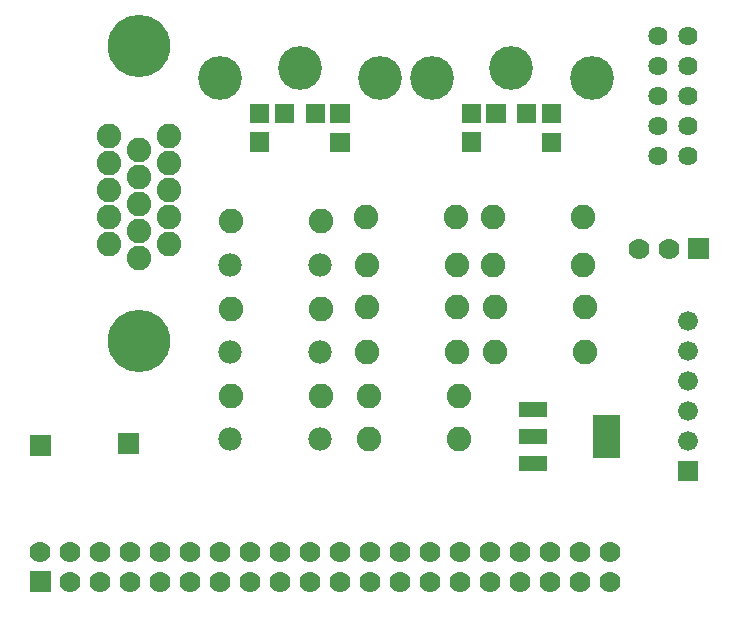
<source format=gts>
G04 Layer: TopSolderMaskLayer*
G04 EasyEDA v6.4.25, 2021-12-02T19:10:48+01:00*
G04 15ecca0207564e248d2aa7e8b5e7a0d8,208c6ab82c1b43e5b5e4dc1230921930,10*
G04 Gerber Generator version 0.2*
G04 Scale: 100 percent, Rotated: No, Reflected: No *
G04 Dimensions in millimeters *
G04 leading zeros omitted , absolute positions ,4 integer and 5 decimal *
%FSLAX45Y45*%
%MOMM*%

%ADD25C,1.6256*%
%ADD26C,1.6764*%
%ADD29C,1.7780*%
%ADD30C,3.7033*%
%ADD32C,2.0828*%
%ADD35C,1.9812*%
%ADD36C,5.2832*%

%LPD*%
D25*
G01*
X6337300Y9906000D03*
G01*
X6591300Y9906000D03*
G01*
X6337300Y10160000D03*
G01*
X6591300Y10160000D03*
G01*
X6337300Y10414000D03*
G01*
X6591300Y10414000D03*
G01*
X6337300Y10668000D03*
G01*
X6591300Y10668000D03*
G01*
X6337300Y10922000D03*
G01*
X6591300Y10922000D03*
D26*
G01*
X6591300Y8509000D03*
G01*
X6591300Y8255000D03*
G01*
X6591300Y8001000D03*
G01*
X6591300Y7747000D03*
G01*
X6591300Y7493000D03*
G36*
X6507479Y7155179D02*
G01*
X6507479Y7322820D01*
X6675120Y7322820D01*
X6675120Y7155179D01*
G37*
G36*
X1016000Y6210300D02*
G01*
X1016000Y6388100D01*
X1193800Y6388100D01*
X1193800Y6210300D01*
G37*
D29*
G01*
X1104900Y6553200D03*
G01*
X1358900Y6299200D03*
G01*
X1358900Y6553200D03*
G01*
X1612900Y6299200D03*
G01*
X1612900Y6553200D03*
G01*
X1866900Y6299200D03*
G01*
X1866900Y6553200D03*
G01*
X2120900Y6299200D03*
G01*
X2120900Y6553200D03*
G01*
X2374900Y6299200D03*
G01*
X2374900Y6553200D03*
G01*
X2628900Y6299200D03*
G01*
X2628900Y6553200D03*
G01*
X2882900Y6299200D03*
G01*
X2882900Y6553200D03*
G01*
X3136900Y6299200D03*
G01*
X3136900Y6553200D03*
G01*
X3390900Y6299200D03*
G01*
X3390900Y6553200D03*
G01*
X3644900Y6299200D03*
G01*
X3644900Y6553200D03*
G01*
X3898900Y6299200D03*
G01*
X3898900Y6553200D03*
G01*
X4152900Y6299200D03*
G01*
X4152900Y6553200D03*
G01*
X4406900Y6299200D03*
G01*
X4406900Y6553200D03*
G01*
X4660900Y6299200D03*
G01*
X4660900Y6553200D03*
G01*
X4914900Y6299200D03*
G01*
X4914900Y6553200D03*
G01*
X5168900Y6299200D03*
G01*
X5168900Y6553200D03*
G01*
X5422900Y6299200D03*
G01*
X5422900Y6553200D03*
G01*
X5676900Y6299200D03*
G01*
X5676900Y6553200D03*
G01*
X5930900Y6299200D03*
G01*
X5930900Y6553200D03*
D30*
G01*
X3982720Y10566400D03*
G01*
X2626359Y10566400D03*
G01*
X3302000Y10647679D03*
G36*
X3350259Y10185400D02*
G01*
X3350259Y10347960D01*
X3512820Y10347960D01*
X3512820Y10185400D01*
G37*
G36*
X3091179Y10185400D02*
G01*
X3091179Y10347960D01*
X3253740Y10347960D01*
X3253740Y10185400D01*
G37*
G36*
X2880359Y10185400D02*
G01*
X2880359Y10347960D01*
X3042920Y10347960D01*
X3042920Y10185400D01*
G37*
G36*
X3561079Y10185400D02*
G01*
X3561079Y10347960D01*
X3723640Y10347960D01*
X3723640Y10185400D01*
G37*
G36*
X3561079Y9936479D02*
G01*
X3561079Y10099039D01*
X3723640Y10099039D01*
X3723640Y9936479D01*
G37*
G36*
X2880359Y9941560D02*
G01*
X2880359Y10104120D01*
X3042920Y10104120D01*
X3042920Y9941560D01*
G37*
G01*
X5773420Y10566400D03*
G01*
X4417059Y10566400D03*
G01*
X5092700Y10647679D03*
G36*
X5140959Y10185400D02*
G01*
X5140959Y10347960D01*
X5303520Y10347960D01*
X5303520Y10185400D01*
G37*
G36*
X4881879Y10185400D02*
G01*
X4881879Y10347960D01*
X5044440Y10347960D01*
X5044440Y10185400D01*
G37*
G36*
X4671059Y10185400D02*
G01*
X4671059Y10347960D01*
X4833620Y10347960D01*
X4833620Y10185400D01*
G37*
G36*
X5351779Y10185400D02*
G01*
X5351779Y10347960D01*
X5514340Y10347960D01*
X5514340Y10185400D01*
G37*
G36*
X5351779Y9936479D02*
G01*
X5351779Y10099039D01*
X5514340Y10099039D01*
X5514340Y9936479D01*
G37*
G36*
X4671059Y9941560D02*
G01*
X4671059Y10104120D01*
X4833620Y10104120D01*
X4833620Y9941560D01*
G37*
G36*
X1765300Y7378700D02*
G01*
X1765300Y7556500D01*
X1943100Y7556500D01*
X1943100Y7378700D01*
G37*
D29*
G01*
X6172200Y9118600D03*
G01*
X6426200Y9118600D03*
G36*
X6591300Y9029700D02*
G01*
X6591300Y9207500D01*
X6769100Y9207500D01*
X6769100Y9029700D01*
G37*
D32*
G01*
X3886200Y7874000D03*
G01*
X4648200Y7874000D03*
G01*
X3886200Y7505700D03*
G01*
X4648200Y7505700D03*
G36*
X5160009Y7696200D02*
G01*
X5160009Y7825739D01*
X5396229Y7825739D01*
X5396229Y7696200D01*
G37*
G36*
X5160009Y7465060D02*
G01*
X5160009Y7594600D01*
X5396229Y7594600D01*
X5396229Y7465060D01*
G37*
G36*
X5160009Y7236460D02*
G01*
X5160009Y7366000D01*
X5396229Y7366000D01*
X5396229Y7236460D01*
G37*
G36*
X5779770Y7344410D02*
G01*
X5779770Y7715250D01*
X6015990Y7715250D01*
X6015990Y7344410D01*
G37*
G01*
X4621961Y9390735D03*
G01*
X3859961Y9390735D03*
G01*
X5701461Y9390735D03*
G01*
X4939461Y9390735D03*
G01*
X4635500Y8978900D03*
G01*
X3873500Y8978900D03*
G01*
X5702300Y8978900D03*
G01*
X4940300Y8978900D03*
G01*
X3873500Y8623300D03*
G01*
X4635500Y8623300D03*
G01*
X4953000Y8623300D03*
G01*
X5715000Y8623300D03*
G01*
X3873500Y8242300D03*
G01*
X4635500Y8242300D03*
G01*
X4953000Y8242300D03*
G01*
X5715000Y8242300D03*
D35*
G01*
X2711881Y8983243D03*
G01*
X3473881Y8983243D03*
G01*
X2711881Y8244484D03*
G01*
X3473881Y8244484D03*
G01*
X2711881Y7505700D03*
G01*
X3473881Y7505700D03*
D32*
G01*
X2716961Y9352635D03*
G01*
X3478961Y9352635D03*
G01*
X2716961Y8613851D03*
G01*
X3478961Y8613851D03*
G01*
X2716961Y7875092D03*
G01*
X3478961Y7875092D03*
G36*
X1016000Y7366000D02*
G01*
X1016000Y7543800D01*
X1193800Y7543800D01*
X1193800Y7366000D01*
G37*
G01*
X1943100Y9271000D03*
G01*
X1943100Y9499600D03*
G01*
X1943100Y9730739D03*
G01*
X1943100Y9959339D03*
G01*
X1689100Y9156700D03*
G01*
X1689100Y9385300D03*
G01*
X1689100Y9613900D03*
G01*
X1689100Y9842500D03*
D36*
G01*
X1943100Y8338820D03*
G01*
X1943100Y10838179D03*
D32*
G01*
X1943100Y9042400D03*
G01*
X1689100Y10073639D03*
G01*
X2197100Y9156700D03*
G01*
X2197100Y9385300D03*
G01*
X2197100Y9613900D03*
G01*
X2197100Y9842500D03*
G01*
X2197100Y10073639D03*
M02*

</source>
